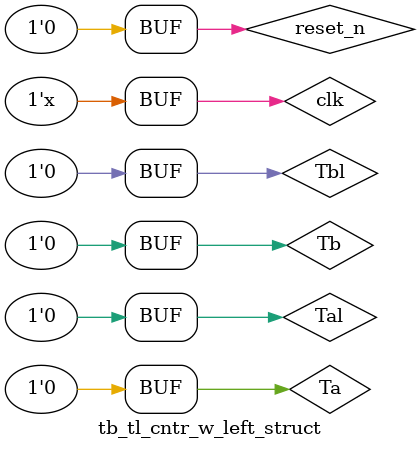
<source format=v>
`timescale 1ns/100ps

module tb_tl_cntr_w_left_struct;//testbench module name is tb_tl_cntr_w_left_struct
   
   reg clk,reset_n,Ta,Tb,Tal,Tbl;      // 1bit reg
   wire [1:0]La,Lb;            //2 bit  wire
   
   tl_cntr_w_left_struct test_tl_cntr_w_left_struct(clk,reset_n,Ta,Tb,Tal,Tbl,La,Lb);      //test module, use tb_tl_cntr_w_left_struct
   
   //make clock
   always begin
		#10; clk=~clk;
   end
   
   initial begin // start verification
      // reset_n is 0, and init all inputs
      clk=0; reset_n=0; Ta=0; Tb=0; Tal=0; Tbl=0;
      
      // reset_n is 1
      #20; reset_n=1;
      #20; Ta=1; //s0
      #20; Ta=0; Tal=1; //s1
      #20; Tal=0; Tb=1;// s2
      #20; Tb=0; Tbl=1;
      #20; Tbl=0;
      
      //reset_n is 0
      #30; reset_n=0;
      
      end
endmodule
</source>
